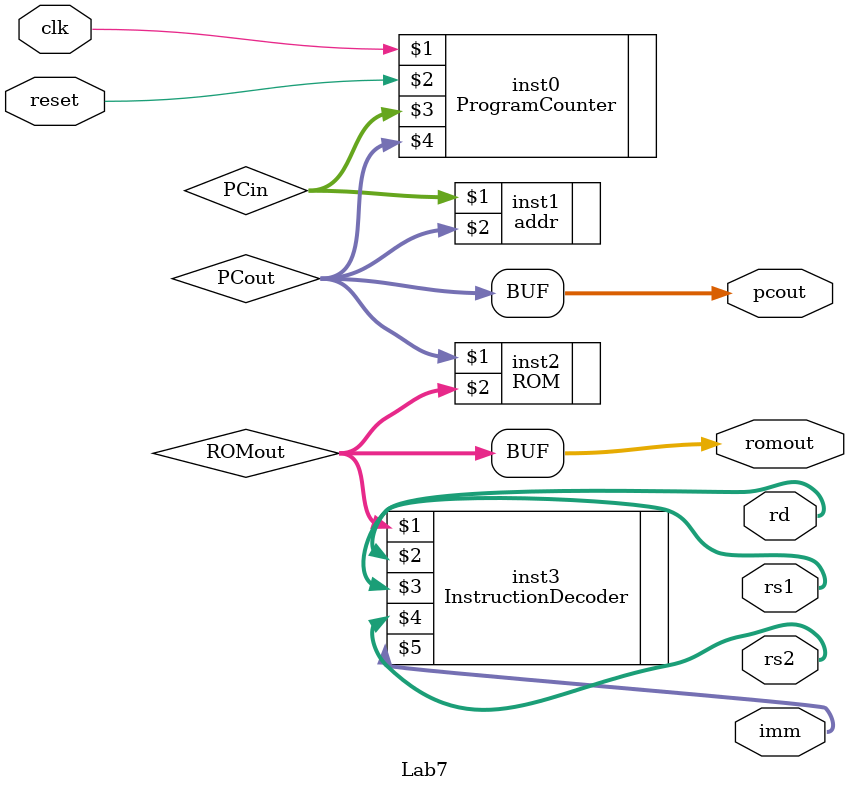
<source format=v>
module Lab7(clk, reset, rd, rs1, rs2, imm, pcout, romout);

input reset, clk;
output [4:0] rd,rs1,rs2;
output [11:0] imm; 
output [7:0] pcout;
output [31:0] romout;

wire [7:0] PCout;
wire [7:0] PCin;
wire [31:0] ROMout;

assign romout = ROMout;
assign pcout = PCout;


ProgramCounter inst0 (clk, reset, PCin, PCout); //ProgramCounter(clk, reset, PCo, PCi);

addr inst1 (PCin,PCout); //addr (PCi, PCo);

ROM inst2 (PCout, ROMout); // ROM(address, InstOut);

InstructionDecoder inst3 (ROMout, rd, rs1, rs2, imm); //InstructionDecoder(instr, rd, rs1, rs2, imm)


endmodule
</source>
